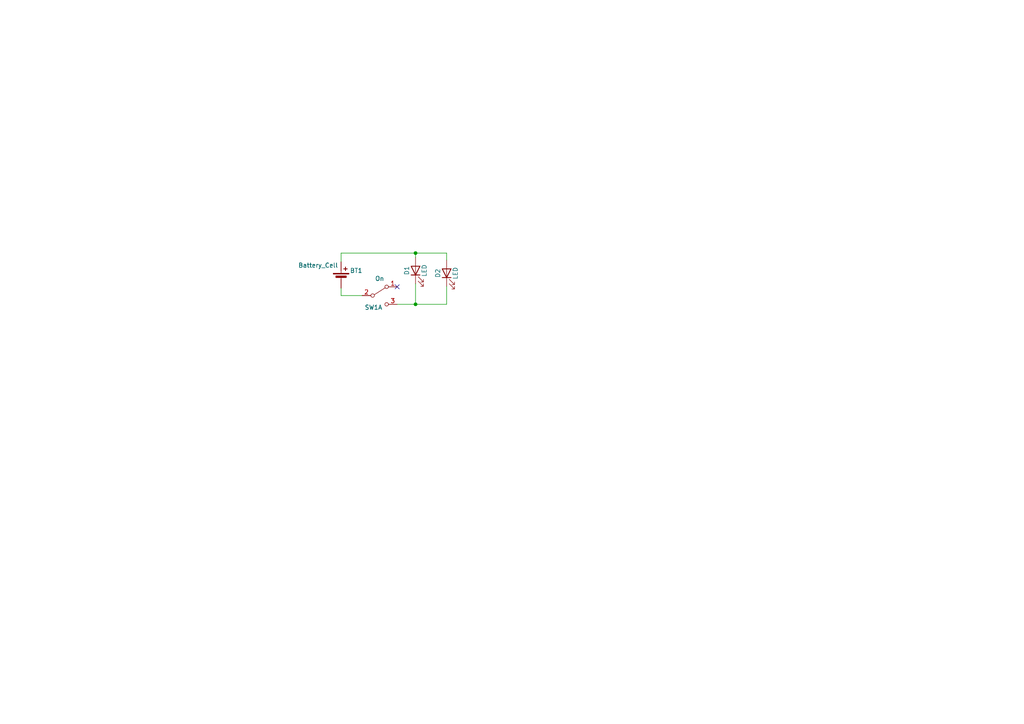
<source format=kicad_sch>
(kicad_sch (version 20230121) (generator eeschema)
  (paper "A4")
  (title_block (title "AjoloteBoard") (date "2019-10-15") (rev "0.3") (company "Electronic Cats") (comment 1 "Andres Sabas") (comment 2 "Eduardo Contreras"))
  (lib_symbols
    (symbol "Device:Battery_Cell" (pin_numbers hide) (pin_names (offset 0) hide)
      (property "Reference" "BT" (at 2.54 2.54 0))
      (property "Value" "Battery_Cell" (at 2.54 0 0))
      (symbol "Battery_Cell_0_1"
        (rectangle (start -2.286 1.778) (end 2.286 1.524) (fill (type outline)))
        (rectangle (start -1.524 1.016) (end 1.524 0.508) (fill (type outline)))
        (polyline (pts (xy 0 0.762) (xy 0 0)))
        (polyline (pts (xy 0 1.778) (xy 0 2.54)))
        (polyline (pts (xy 0.762 3.048) (xy 1.778 3.048)) (stroke (width 0.254)))
        (polyline (pts (xy 1.27 3.556) (xy 1.27 2.54)) (stroke (width 0.254)))
      )
      (symbol "Battery_Cell_1_1"
        (pin passive line (at 0 5.08 270) (length 2.54) (name "+") (number "1"))
        (pin passive line (at 0 -2.54 90) (length 2.54) (name "-") (number "2"))
      )
    )
    (symbol "Device:LED" (pin_numbers hide) (pin_names (offset 1.016) hide)
      (property "Reference" "D" (at 0 2.54 0))
      (property "Value" "LED" (at 0 -2.54 0))
      (symbol "LED_0_1"
        (polyline (pts (xy -1.27 -1.27) (xy -1.27 1.27)) (stroke (width 0.254)))
        (polyline (pts (xy -1.27 0) (xy 1.27 0)))
        (polyline (pts (xy 1.27 -1.27) (xy 1.27 1.27) (xy -1.27 0) (xy 1.27 -1.27)) (stroke (width 0.254)))
        (polyline (pts (xy -3.048 -0.762) (xy -4.572 -2.286) (xy -3.81 -2.286) (xy -4.572 -2.286) (xy -4.572 -1.524)))
        (polyline (pts (xy -1.778 -0.762) (xy -3.302 -2.286) (xy -2.54 -2.286) (xy -3.302 -2.286) (xy -3.302 -1.524)))
      )
      (symbol "LED_1_1"
        (pin passive line (at -3.81 0 0) (length 2.54) (name "K") (number "1"))
        (pin passive line (at 3.81 0 180) (length 2.54) (name "A") (number "2"))
      )
    )
    (symbol "Switch:SW_DPDT_x2" (pin_names (offset 0) hide)
      (property "Reference" "SW" (at 0 4.318 0))
      (property "Value" "SW_DPDT_x2" (at 0 -5.08 0))
      (symbol "SW_DPDT_x2_0_0"
        (circle (center -2.032 0) (radius 0.508))
        (circle (center 2.032 -2.54) (radius 0.508))
      )
      (symbol "SW_DPDT_x2_0_1"
        (polyline (pts (xy -1.524 0.254) (xy 1.651 2.286)))
        (circle (center 2.032 2.54) (radius 0.508))
      )
      (symbol "SW_DPDT_x2_1_1"
        (pin passive line (at 5.08 2.54 180) (length 2.54) (name "A") (number "1"))
        (pin passive line (at -5.08 0 0) (length 2.54) (name "B") (number "2"))
        (pin passive line (at 5.08 -2.54 180) (length 2.54) (name "C") (number "3"))
      )
      (symbol "SW_DPDT_x2_2_1"
        (pin passive line (at 5.08 2.54 180) (length 2.54) (name "A") (number "4"))
        (pin passive line (at -5.08 0 0) (length 2.54) (name "B") (number "5"))
        (pin passive line (at 5.08 -2.54 180) (length 2.54) (name "C") (number "6"))
      )
    )
  )
  (junction (at 120.523 88.265))
  (junction (at 120.523 73.406))
  (no_connect (at 115.189 83.185))
  (wire (pts (xy 120.523 88.265) (xy 129.54 88.265)))
  (wire (pts (xy 98.933 75.946) (xy 98.933 73.406)))
  (wire (pts (xy 129.54 88.265) (xy 129.54 83.058)))
  (wire (pts (xy 98.933 73.406) (xy 120.523 73.406)))
  (wire (pts (xy 115.189 88.265) (xy 120.523 88.265)))
  (wire (pts (xy 98.933 85.725) (xy 105.029 85.725)))
  (wire (pts (xy 129.54 73.406) (xy 129.54 75.438)))
  (wire (pts (xy 120.523 73.406) (xy 129.54 73.406)))
  (wire (pts (xy 120.523 88.265) (xy 120.523 82.296)))
  (wire (pts (xy 120.523 74.676) (xy 120.523 73.406)))
  (wire (pts (xy 98.933 83.566) (xy 98.933 85.725)))
  (symbol (lib_id "Device:LED") (at 120.523 78.486 90) (unit 1)
    (property "Reference" "D1" (at 117.983 78.486 0))
    (property "Value" "LED" (at 123.063 78.486 0))
    (property "Footprint" "LED_THT:LED_D5.0mm_Clear" (effects hide))
  )
  (symbol (lib_id "Device:LED") (at 129.54 79.248 90) (unit 1)
    (property "Reference" "D2" (at 127 79.248 0))
    (property "Value" "LED" (at 132.08 79.248 0))
    (property "Footprint" "LED_THT:LED_D5.0mm_Clear" (effects hide))
  )
  (symbol (lib_id "Device:Battery_Cell") (at 98.933 81.026 0) (unit 1)
    (property "Reference" "BT1" (at 101.473 78.486 0) (effects (justify left)))
    (property "Value" "Battery_Cell" (at 86.487 76.962 0) (effects (justify left)))
    (property "Footprint" "footprints:79523141" (effects hide))
  )
  (symbol (lib_id "Switch:SW_DPDT_x2") (at 110.109 85.725 0) (unit 1)
    (property "Reference" "SW1" (at 108.331 89.154 0))
    (property "Value" "On" (at 110.109 80.7974 0))
    (property "Footprint" "footprints:Micro_interruptor_SPDT" (effects hide))
  )
)
</source>
